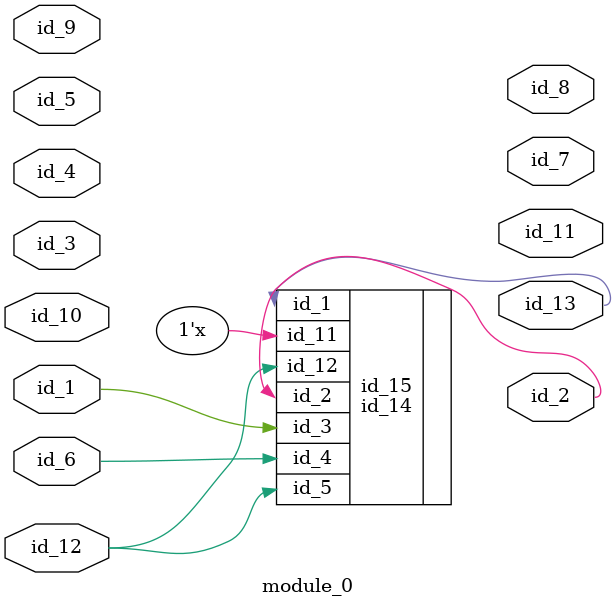
<source format=v>
module module_0 (
    id_1,
    id_2,
    id_3,
    id_4,
    id_5,
    id_6,
    id_7,
    id_8,
    id_9,
    id_10,
    id_11,
    id_12,
    id_13
);
  output id_13;
  input id_12;
  output id_11;
  input id_10;
  input id_9;
  output id_8;
  output id_7;
  input id_6;
  input id_5;
  input id_4;
  input id_3;
  output id_2;
  input id_1;
  id_14 id_15 (
      .id_3 (id_1),
      .id_4 (id_6),
      .id_12(id_12),
      .id_11(id_9[1]),
      .id_5 (id_12),
      .id_2 (id_2),
      .id_1 (id_13)
  );
endmodule

</source>
